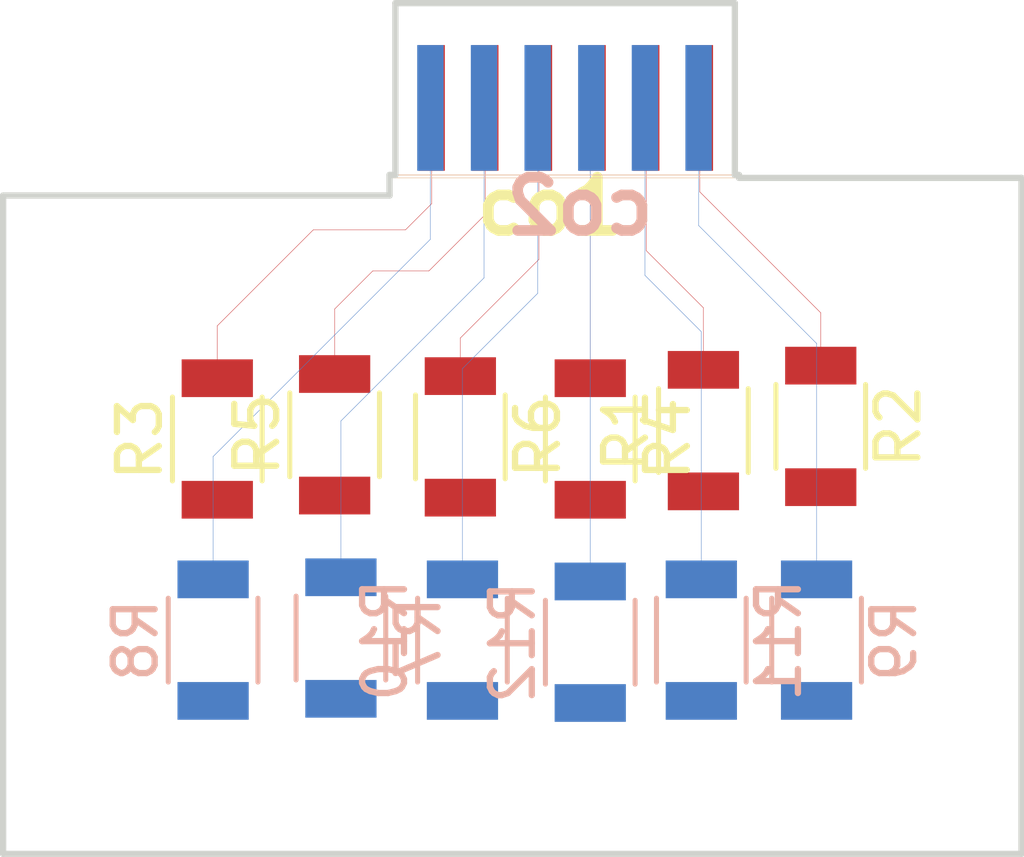
<source format=kicad_pcb>
(kicad_pcb (version 4) (host pcbnew 4.0.7)

  (general
    (links 12)
    (no_connects 0)
    (area 175.564999 86.824999 200.015001 107.275001)
    (thickness 1.6)
    (drawings 13)
    (tracks 38)
    (zones 0)
    (modules 14)
    (nets 25)
  )

  (page A4)
  (layers
    (0 F.Cu signal)
    (31 B.Cu signal)
    (32 B.Adhes user)
    (33 F.Adhes user)
    (34 B.Paste user)
    (35 F.Paste user)
    (36 B.SilkS user)
    (37 F.SilkS user)
    (38 B.Mask user)
    (39 F.Mask user)
    (40 Dwgs.User user)
    (41 Cmts.User user)
    (42 Eco1.User user)
    (43 Eco2.User user)
    (44 Edge.Cuts user)
    (45 Margin user)
    (46 B.CrtYd user)
    (47 F.CrtYd user)
    (48 B.Fab user)
    (49 F.Fab user)
  )

  (setup
    (last_trace_width 0.01)
    (trace_clearance 0.01)
    (zone_clearance 0.508)
    (zone_45_only no)
    (trace_min 0.01)
    (segment_width 0.2)
    (edge_width 0.15)
    (via_size 0.6)
    (via_drill 0.4)
    (via_min_size 0.1)
    (via_min_drill 0.1)
    (uvia_size 0.3)
    (uvia_drill 0.1)
    (uvias_allowed no)
    (uvia_min_size 0.1)
    (uvia_min_drill 0.1)
    (pcb_text_width 0.3)
    (pcb_text_size 1.5 1.5)
    (mod_edge_width 0.15)
    (mod_text_size 1 1)
    (mod_text_width 0.15)
    (pad_size 1.524 1.524)
    (pad_drill 0.762)
    (pad_to_mask_clearance 0.2)
    (aux_axis_origin 0 0)
    (grid_origin 163.8 121)
    (visible_elements 7FFFFFFF)
    (pcbplotparams
      (layerselection 0x00030_80000001)
      (usegerberextensions false)
      (excludeedgelayer true)
      (linewidth 0.100000)
      (plotframeref false)
      (viasonmask false)
      (mode 1)
      (useauxorigin false)
      (hpglpennumber 1)
      (hpglpenspeed 20)
      (hpglpendiameter 15)
      (hpglpenoverlay 2)
      (psnegative false)
      (psa4output false)
      (plotreference true)
      (plotvalue true)
      (plotinvisibletext false)
      (padsonsilk false)
      (subtractmaskfromsilk false)
      (outputformat 0)
      (mirror false)
      (drillshape 0)
      (scaleselection 1)
      (outputdirectory ""))
  )

  (net 0 "")
  (net 1 "Net-(R3-Pad2)")
  (net 2 "Net-(R5-Pad2)")
  (net 3 "Net-(R6-Pad1)")
  (net 4 "Net-(R4-Pad1)")
  (net 5 "Net-(R1-Pad2)")
  (net 6 "Net-(R2-Pad1)")
  (net 7 "Net-(R9-Pad2)")
  (net 8 "Net-(R11-Pad2)")
  (net 9 "Net-(R12-Pad1)")
  (net 10 "Net-(R10-Pad1)")
  (net 11 "Net-(R7-Pad2)")
  (net 12 "Net-(R8-Pad1)")
  (net 13 "Net-(R1-Pad1)")
  (net 14 "Net-(R2-Pad2)")
  (net 15 "Net-(R3-Pad1)")
  (net 16 "Net-(R4-Pad2)")
  (net 17 "Net-(R5-Pad1)")
  (net 18 "Net-(R6-Pad2)")
  (net 19 "Net-(R7-Pad1)")
  (net 20 "Net-(R8-Pad2)")
  (net 21 "Net-(R9-Pad1)")
  (net 22 "Net-(R10-Pad2)")
  (net 23 "Net-(R11-Pad1)")
  (net 24 "Net-(R12-Pad2)")

  (net_class Default "This is the default net class."
    (clearance 0.01)
    (trace_width 0.01)
    (via_dia 0.6)
    (via_drill 0.4)
    (uvia_dia 0.3)
    (uvia_drill 0.1)
    (add_net "Net-(R1-Pad1)")
    (add_net "Net-(R1-Pad2)")
    (add_net "Net-(R10-Pad1)")
    (add_net "Net-(R10-Pad2)")
    (add_net "Net-(R11-Pad1)")
    (add_net "Net-(R11-Pad2)")
    (add_net "Net-(R12-Pad1)")
    (add_net "Net-(R12-Pad2)")
    (add_net "Net-(R2-Pad1)")
    (add_net "Net-(R2-Pad2)")
    (add_net "Net-(R3-Pad1)")
    (add_net "Net-(R3-Pad2)")
    (add_net "Net-(R4-Pad1)")
    (add_net "Net-(R4-Pad2)")
    (add_net "Net-(R5-Pad1)")
    (add_net "Net-(R5-Pad2)")
    (add_net "Net-(R6-Pad1)")
    (add_net "Net-(R6-Pad2)")
    (add_net "Net-(R7-Pad1)")
    (add_net "Net-(R7-Pad2)")
    (add_net "Net-(R8-Pad1)")
    (add_net "Net-(R8-Pad2)")
    (add_net "Net-(R9-Pad1)")
    (add_net "Net-(R9-Pad2)")
  )

  (module "New folder:edge card 0.65mm selfmade" (layer F.Cu) (tedit 5C86EA32) (tstamp 5C86F5E2)
    (at 185 91)
    (descr 10-84-4020)
    (tags Connector)
    (path /5C872BAF)
    (fp_text reference co1 (at 3.7 0.75) (layer F.SilkS)
      (effects (font (size 1.27 1.27) (thickness 0.254)))
    )
    (fp_text value 6_pin_conn (at 4.2 -4.94) (layer F.SilkS) hide
      (effects (font (size 0.8 0.5) (thickness 0.125)))
    )
    (fp_line (start 0 -4.1) (end 8.1 -4.1) (layer F.SilkS) (width 0.01))
    (fp_line (start 8.1 0) (end 8.1 -4.1) (layer F.SilkS) (width 0.01))
    (fp_text user "edge cut" (at 8.11 0.1) (layer Dwgs.User)
      (effects (font (size 0.127 0.127) (thickness 0.03175)))
    )
    (fp_text user "edge cut" (at -0.07 0.1) (layer Dwgs.User)
      (effects (font (size 0.127 0.127) (thickness 0.03175)))
    )
    (fp_line (start -0.1 0) (end 8.2 0) (layer F.SilkS) (width 0.01))
    (fp_line (start 8.2 0) (end 8.2 0.07) (layer F.SilkS) (width 0.01))
    (fp_line (start 8.2 0.07) (end -0.1 0.07) (layer F.SilkS) (width 0.01))
    (fp_line (start -0.1 0.07) (end -0.1 0) (layer F.SilkS) (width 0.01))
    (fp_line (start 0 0) (end 8.1 0) (layer F.SilkS) (width 0.01))
    (fp_line (start 0 -4.1) (end 0 0) (layer F.SilkS) (width 0.01))
    (pad 1 connect rect (at 0.865 -1.6) (size 0.63 3) (layers F.Cu F.Mask)
      (net 1 "Net-(R3-Pad2)"))
    (pad 2 connect rect (at 2.145 -1.6) (size 0.63 3) (layers F.Cu F.Mask)
      (net 2 "Net-(R5-Pad2)"))
    (pad 3 connect rect (at 3.425 -1.6) (size 0.63 3) (layers F.Cu F.Mask)
      (net 3 "Net-(R6-Pad1)"))
    (pad 4 connect rect (at 4.705 -1.6) (size 0.63 3) (layers F.Cu F.Mask)
      (net 4 "Net-(R4-Pad1)"))
    (pad 5 connect rect (at 5.985 -1.6) (size 0.63 3) (layers F.Cu F.Mask)
      (net 5 "Net-(R1-Pad2)"))
    (pad 6 connect rect (at 7.265 -1.6) (size 0.63 3) (layers F.Cu F.Mask)
      (net 6 "Net-(R2-Pad1)"))
  )

  (module "New folder:edge card 0.65mm selfmade" (layer B.Cu) (tedit 5C86EA32) (tstamp 5C86F5EC)
    (at 193.1 91 180)
    (descr 10-84-4020)
    (tags Connector)
    (path /5C873842)
    (fp_text reference co2 (at 3.7 -0.75 180) (layer B.SilkS)
      (effects (font (size 1.27 1.27) (thickness 0.254)) (justify mirror))
    )
    (fp_text value 6_pin_conn (at 4.2 4.94 180) (layer B.SilkS) hide
      (effects (font (size 0.8 0.5) (thickness 0.125)) (justify mirror))
    )
    (fp_line (start 0 4.1) (end 8.1 4.1) (layer B.SilkS) (width 0.01))
    (fp_line (start 8.1 0) (end 8.1 4.1) (layer B.SilkS) (width 0.01))
    (fp_text user "edge cut" (at 8.11 -0.1 180) (layer Dwgs.User)
      (effects (font (size 0.127 0.127) (thickness 0.03175)))
    )
    (fp_text user "edge cut" (at -0.07 -0.1 180) (layer Dwgs.User)
      (effects (font (size 0.127 0.127) (thickness 0.03175)))
    )
    (fp_line (start -0.1 0) (end 8.2 0) (layer B.SilkS) (width 0.01))
    (fp_line (start 8.2 0) (end 8.2 -0.07) (layer B.SilkS) (width 0.01))
    (fp_line (start 8.2 -0.07) (end -0.1 -0.07) (layer B.SilkS) (width 0.01))
    (fp_line (start -0.1 -0.07) (end -0.1 0) (layer B.SilkS) (width 0.01))
    (fp_line (start 0 0) (end 8.1 0) (layer B.SilkS) (width 0.01))
    (fp_line (start 0 4.1) (end 0 0) (layer B.SilkS) (width 0.01))
    (pad 1 connect rect (at 0.865 1.6 180) (size 0.63 3) (layers B.Cu B.Mask)
      (net 7 "Net-(R9-Pad2)"))
    (pad 2 connect rect (at 2.145 1.6 180) (size 0.63 3) (layers B.Cu B.Mask)
      (net 8 "Net-(R11-Pad2)"))
    (pad 3 connect rect (at 3.425 1.6 180) (size 0.63 3) (layers B.Cu B.Mask)
      (net 9 "Net-(R12-Pad1)"))
    (pad 4 connect rect (at 4.705 1.6 180) (size 0.63 3) (layers B.Cu B.Mask)
      (net 10 "Net-(R10-Pad1)"))
    (pad 5 connect rect (at 5.985 1.6 180) (size 0.63 3) (layers B.Cu B.Mask)
      (net 11 "Net-(R7-Pad2)"))
    (pad 6 connect rect (at 7.265 1.6 180) (size 0.63 3) (layers B.Cu B.Mask)
      (net 12 "Net-(R8-Pad1)"))
  )

  (module Resistors_SMD:R_1206 (layer F.Cu) (tedit 58E0A804) (tstamp 5C86F5F2)
    (at 192.35 97.1 90)
    (descr "Resistor SMD 1206, reflow soldering, Vishay (see dcrcw.pdf)")
    (tags "resistor 1206")
    (path /5C872F6E)
    (attr smd)
    (fp_text reference R1 (at 0 -1.85 90) (layer F.SilkS)
      (effects (font (size 1 1) (thickness 0.15)))
    )
    (fp_text value R (at 0 1.95 90) (layer F.Fab)
      (effects (font (size 1 1) (thickness 0.15)))
    )
    (fp_text user %R (at 0 0 90) (layer F.Fab)
      (effects (font (size 0.7 0.7) (thickness 0.105)))
    )
    (fp_line (start -1.6 0.8) (end -1.6 -0.8) (layer F.Fab) (width 0.1))
    (fp_line (start 1.6 0.8) (end -1.6 0.8) (layer F.Fab) (width 0.1))
    (fp_line (start 1.6 -0.8) (end 1.6 0.8) (layer F.Fab) (width 0.1))
    (fp_line (start -1.6 -0.8) (end 1.6 -0.8) (layer F.Fab) (width 0.1))
    (fp_line (start 1 1.07) (end -1 1.07) (layer F.SilkS) (width 0.12))
    (fp_line (start -1 -1.07) (end 1 -1.07) (layer F.SilkS) (width 0.12))
    (fp_line (start -2.15 -1.11) (end 2.15 -1.11) (layer F.CrtYd) (width 0.05))
    (fp_line (start -2.15 -1.11) (end -2.15 1.1) (layer F.CrtYd) (width 0.05))
    (fp_line (start 2.15 1.1) (end 2.15 -1.11) (layer F.CrtYd) (width 0.05))
    (fp_line (start 2.15 1.1) (end -2.15 1.1) (layer F.CrtYd) (width 0.05))
    (pad 1 smd rect (at -1.45 0 90) (size 0.9 1.7) (layers F.Cu F.Paste F.Mask)
      (net 13 "Net-(R1-Pad1)"))
    (pad 2 smd rect (at 1.45 0 90) (size 0.9 1.7) (layers F.Cu F.Paste F.Mask)
      (net 5 "Net-(R1-Pad2)"))
    (model ${KISYS3DMOD}/Resistors_SMD.3dshapes/R_1206.wrl
      (at (xyz 0 0 0))
      (scale (xyz 1 1 1))
      (rotate (xyz 0 0 0))
    )
  )

  (module Resistors_SMD:R_1206 (layer F.Cu) (tedit 58E0A804) (tstamp 5C86F5F8)
    (at 195.15 97 270)
    (descr "Resistor SMD 1206, reflow soldering, Vishay (see dcrcw.pdf)")
    (tags "resistor 1206")
    (path /5C872BE8)
    (attr smd)
    (fp_text reference R2 (at 0 -1.85 270) (layer F.SilkS)
      (effects (font (size 1 1) (thickness 0.15)))
    )
    (fp_text value R (at 0 1.95 270) (layer F.Fab)
      (effects (font (size 1 1) (thickness 0.15)))
    )
    (fp_text user %R (at 0 0 270) (layer F.Fab)
      (effects (font (size 0.7 0.7) (thickness 0.105)))
    )
    (fp_line (start -1.6 0.8) (end -1.6 -0.8) (layer F.Fab) (width 0.1))
    (fp_line (start 1.6 0.8) (end -1.6 0.8) (layer F.Fab) (width 0.1))
    (fp_line (start 1.6 -0.8) (end 1.6 0.8) (layer F.Fab) (width 0.1))
    (fp_line (start -1.6 -0.8) (end 1.6 -0.8) (layer F.Fab) (width 0.1))
    (fp_line (start 1 1.07) (end -1 1.07) (layer F.SilkS) (width 0.12))
    (fp_line (start -1 -1.07) (end 1 -1.07) (layer F.SilkS) (width 0.12))
    (fp_line (start -2.15 -1.11) (end 2.15 -1.11) (layer F.CrtYd) (width 0.05))
    (fp_line (start -2.15 -1.11) (end -2.15 1.1) (layer F.CrtYd) (width 0.05))
    (fp_line (start 2.15 1.1) (end 2.15 -1.11) (layer F.CrtYd) (width 0.05))
    (fp_line (start 2.15 1.1) (end -2.15 1.1) (layer F.CrtYd) (width 0.05))
    (pad 1 smd rect (at -1.45 0 270) (size 0.9 1.7) (layers F.Cu F.Paste F.Mask)
      (net 6 "Net-(R2-Pad1)"))
    (pad 2 smd rect (at 1.45 0 270) (size 0.9 1.7) (layers F.Cu F.Paste F.Mask)
      (net 14 "Net-(R2-Pad2)"))
    (model ${KISYS3DMOD}/Resistors_SMD.3dshapes/R_1206.wrl
      (at (xyz 0 0 0))
      (scale (xyz 1 1 1))
      (rotate (xyz 0 0 0))
    )
  )

  (module Resistors_SMD:R_1206 (layer F.Cu) (tedit 58E0A804) (tstamp 5C86F5FE)
    (at 180.75 97.3 90)
    (descr "Resistor SMD 1206, reflow soldering, Vishay (see dcrcw.pdf)")
    (tags "resistor 1206")
    (path /5C872F74)
    (attr smd)
    (fp_text reference R3 (at 0 -1.85 90) (layer F.SilkS)
      (effects (font (size 1 1) (thickness 0.15)))
    )
    (fp_text value R (at 0 1.95 90) (layer F.Fab)
      (effects (font (size 1 1) (thickness 0.15)))
    )
    (fp_text user %R (at 0 0 90) (layer F.Fab)
      (effects (font (size 0.7 0.7) (thickness 0.105)))
    )
    (fp_line (start -1.6 0.8) (end -1.6 -0.8) (layer F.Fab) (width 0.1))
    (fp_line (start 1.6 0.8) (end -1.6 0.8) (layer F.Fab) (width 0.1))
    (fp_line (start 1.6 -0.8) (end 1.6 0.8) (layer F.Fab) (width 0.1))
    (fp_line (start -1.6 -0.8) (end 1.6 -0.8) (layer F.Fab) (width 0.1))
    (fp_line (start 1 1.07) (end -1 1.07) (layer F.SilkS) (width 0.12))
    (fp_line (start -1 -1.07) (end 1 -1.07) (layer F.SilkS) (width 0.12))
    (fp_line (start -2.15 -1.11) (end 2.15 -1.11) (layer F.CrtYd) (width 0.05))
    (fp_line (start -2.15 -1.11) (end -2.15 1.1) (layer F.CrtYd) (width 0.05))
    (fp_line (start 2.15 1.1) (end 2.15 -1.11) (layer F.CrtYd) (width 0.05))
    (fp_line (start 2.15 1.1) (end -2.15 1.1) (layer F.CrtYd) (width 0.05))
    (pad 1 smd rect (at -1.45 0 90) (size 0.9 1.7) (layers F.Cu F.Paste F.Mask)
      (net 15 "Net-(R3-Pad1)"))
    (pad 2 smd rect (at 1.45 0 90) (size 0.9 1.7) (layers F.Cu F.Paste F.Mask)
      (net 1 "Net-(R3-Pad2)"))
    (model ${KISYS3DMOD}/Resistors_SMD.3dshapes/R_1206.wrl
      (at (xyz 0 0 0))
      (scale (xyz 1 1 1))
      (rotate (xyz 0 0 0))
    )
  )

  (module Resistors_SMD:R_1206 (layer F.Cu) (tedit 58E0A804) (tstamp 5C86F604)
    (at 189.65 97.3 270)
    (descr "Resistor SMD 1206, reflow soldering, Vishay (see dcrcw.pdf)")
    (tags "resistor 1206")
    (path /5C872C2F)
    (attr smd)
    (fp_text reference R4 (at 0 -1.85 270) (layer F.SilkS)
      (effects (font (size 1 1) (thickness 0.15)))
    )
    (fp_text value R (at 0 1.95 270) (layer F.Fab)
      (effects (font (size 1 1) (thickness 0.15)))
    )
    (fp_text user %R (at 0 0 270) (layer F.Fab)
      (effects (font (size 0.7 0.7) (thickness 0.105)))
    )
    (fp_line (start -1.6 0.8) (end -1.6 -0.8) (layer F.Fab) (width 0.1))
    (fp_line (start 1.6 0.8) (end -1.6 0.8) (layer F.Fab) (width 0.1))
    (fp_line (start 1.6 -0.8) (end 1.6 0.8) (layer F.Fab) (width 0.1))
    (fp_line (start -1.6 -0.8) (end 1.6 -0.8) (layer F.Fab) (width 0.1))
    (fp_line (start 1 1.07) (end -1 1.07) (layer F.SilkS) (width 0.12))
    (fp_line (start -1 -1.07) (end 1 -1.07) (layer F.SilkS) (width 0.12))
    (fp_line (start -2.15 -1.11) (end 2.15 -1.11) (layer F.CrtYd) (width 0.05))
    (fp_line (start -2.15 -1.11) (end -2.15 1.1) (layer F.CrtYd) (width 0.05))
    (fp_line (start 2.15 1.1) (end 2.15 -1.11) (layer F.CrtYd) (width 0.05))
    (fp_line (start 2.15 1.1) (end -2.15 1.1) (layer F.CrtYd) (width 0.05))
    (pad 1 smd rect (at -1.45 0 270) (size 0.9 1.7) (layers F.Cu F.Paste F.Mask)
      (net 4 "Net-(R4-Pad1)"))
    (pad 2 smd rect (at 1.45 0 270) (size 0.9 1.7) (layers F.Cu F.Paste F.Mask)
      (net 16 "Net-(R4-Pad2)"))
    (model ${KISYS3DMOD}/Resistors_SMD.3dshapes/R_1206.wrl
      (at (xyz 0 0 0))
      (scale (xyz 1 1 1))
      (rotate (xyz 0 0 0))
    )
  )

  (module Resistors_SMD:R_1206 (layer F.Cu) (tedit 58E0A804) (tstamp 5C86F60A)
    (at 183.55 97.2 90)
    (descr "Resistor SMD 1206, reflow soldering, Vishay (see dcrcw.pdf)")
    (tags "resistor 1206")
    (path /5C872F7A)
    (attr smd)
    (fp_text reference R5 (at 0 -1.85 90) (layer F.SilkS)
      (effects (font (size 1 1) (thickness 0.15)))
    )
    (fp_text value R (at 0 1.95 90) (layer F.Fab)
      (effects (font (size 1 1) (thickness 0.15)))
    )
    (fp_text user %R (at 0 0 90) (layer F.Fab)
      (effects (font (size 0.7 0.7) (thickness 0.105)))
    )
    (fp_line (start -1.6 0.8) (end -1.6 -0.8) (layer F.Fab) (width 0.1))
    (fp_line (start 1.6 0.8) (end -1.6 0.8) (layer F.Fab) (width 0.1))
    (fp_line (start 1.6 -0.8) (end 1.6 0.8) (layer F.Fab) (width 0.1))
    (fp_line (start -1.6 -0.8) (end 1.6 -0.8) (layer F.Fab) (width 0.1))
    (fp_line (start 1 1.07) (end -1 1.07) (layer F.SilkS) (width 0.12))
    (fp_line (start -1 -1.07) (end 1 -1.07) (layer F.SilkS) (width 0.12))
    (fp_line (start -2.15 -1.11) (end 2.15 -1.11) (layer F.CrtYd) (width 0.05))
    (fp_line (start -2.15 -1.11) (end -2.15 1.1) (layer F.CrtYd) (width 0.05))
    (fp_line (start 2.15 1.1) (end 2.15 -1.11) (layer F.CrtYd) (width 0.05))
    (fp_line (start 2.15 1.1) (end -2.15 1.1) (layer F.CrtYd) (width 0.05))
    (pad 1 smd rect (at -1.45 0 90) (size 0.9 1.7) (layers F.Cu F.Paste F.Mask)
      (net 17 "Net-(R5-Pad1)"))
    (pad 2 smd rect (at 1.45 0 90) (size 0.9 1.7) (layers F.Cu F.Paste F.Mask)
      (net 2 "Net-(R5-Pad2)"))
    (model ${KISYS3DMOD}/Resistors_SMD.3dshapes/R_1206.wrl
      (at (xyz 0 0 0))
      (scale (xyz 1 1 1))
      (rotate (xyz 0 0 0))
    )
  )

  (module Resistors_SMD:R_1206 (layer F.Cu) (tedit 58E0A804) (tstamp 5C86F610)
    (at 186.55 97.25 270)
    (descr "Resistor SMD 1206, reflow soldering, Vishay (see dcrcw.pdf)")
    (tags "resistor 1206")
    (path /5C872C56)
    (attr smd)
    (fp_text reference R6 (at 0 -1.85 270) (layer F.SilkS)
      (effects (font (size 1 1) (thickness 0.15)))
    )
    (fp_text value R (at 0 1.95 270) (layer F.Fab)
      (effects (font (size 1 1) (thickness 0.15)))
    )
    (fp_text user %R (at 0 0 270) (layer F.Fab)
      (effects (font (size 0.7 0.7) (thickness 0.105)))
    )
    (fp_line (start -1.6 0.8) (end -1.6 -0.8) (layer F.Fab) (width 0.1))
    (fp_line (start 1.6 0.8) (end -1.6 0.8) (layer F.Fab) (width 0.1))
    (fp_line (start 1.6 -0.8) (end 1.6 0.8) (layer F.Fab) (width 0.1))
    (fp_line (start -1.6 -0.8) (end 1.6 -0.8) (layer F.Fab) (width 0.1))
    (fp_line (start 1 1.07) (end -1 1.07) (layer F.SilkS) (width 0.12))
    (fp_line (start -1 -1.07) (end 1 -1.07) (layer F.SilkS) (width 0.12))
    (fp_line (start -2.15 -1.11) (end 2.15 -1.11) (layer F.CrtYd) (width 0.05))
    (fp_line (start -2.15 -1.11) (end -2.15 1.1) (layer F.CrtYd) (width 0.05))
    (fp_line (start 2.15 1.1) (end 2.15 -1.11) (layer F.CrtYd) (width 0.05))
    (fp_line (start 2.15 1.1) (end -2.15 1.1) (layer F.CrtYd) (width 0.05))
    (pad 1 smd rect (at -1.45 0 270) (size 0.9 1.7) (layers F.Cu F.Paste F.Mask)
      (net 3 "Net-(R6-Pad1)"))
    (pad 2 smd rect (at 1.45 0 270) (size 0.9 1.7) (layers F.Cu F.Paste F.Mask)
      (net 18 "Net-(R6-Pad2)"))
    (model ${KISYS3DMOD}/Resistors_SMD.3dshapes/R_1206.wrl
      (at (xyz 0 0 0))
      (scale (xyz 1 1 1))
      (rotate (xyz 0 0 0))
    )
  )

  (module Resistors_SMD:R_1206 (layer B.Cu) (tedit 58E0A804) (tstamp 5C86F616)
    (at 183.7 102.05 90)
    (descr "Resistor SMD 1206, reflow soldering, Vishay (see dcrcw.pdf)")
    (tags "resistor 1206")
    (path /5C87385A)
    (attr smd)
    (fp_text reference R7 (at 0 1.85 90) (layer B.SilkS)
      (effects (font (size 1 1) (thickness 0.15)) (justify mirror))
    )
    (fp_text value R (at 0 -1.95 90) (layer B.Fab)
      (effects (font (size 1 1) (thickness 0.15)) (justify mirror))
    )
    (fp_text user %R (at 0 0 90) (layer B.Fab)
      (effects (font (size 0.7 0.7) (thickness 0.105)) (justify mirror))
    )
    (fp_line (start -1.6 -0.8) (end -1.6 0.8) (layer B.Fab) (width 0.1))
    (fp_line (start 1.6 -0.8) (end -1.6 -0.8) (layer B.Fab) (width 0.1))
    (fp_line (start 1.6 0.8) (end 1.6 -0.8) (layer B.Fab) (width 0.1))
    (fp_line (start -1.6 0.8) (end 1.6 0.8) (layer B.Fab) (width 0.1))
    (fp_line (start 1 -1.07) (end -1 -1.07) (layer B.SilkS) (width 0.12))
    (fp_line (start -1 1.07) (end 1 1.07) (layer B.SilkS) (width 0.12))
    (fp_line (start -2.15 1.11) (end 2.15 1.11) (layer B.CrtYd) (width 0.05))
    (fp_line (start -2.15 1.11) (end -2.15 -1.1) (layer B.CrtYd) (width 0.05))
    (fp_line (start 2.15 -1.1) (end 2.15 1.11) (layer B.CrtYd) (width 0.05))
    (fp_line (start 2.15 -1.1) (end -2.15 -1.1) (layer B.CrtYd) (width 0.05))
    (pad 1 smd rect (at -1.45 0 90) (size 0.9 1.7) (layers B.Cu B.Paste B.Mask)
      (net 19 "Net-(R7-Pad1)"))
    (pad 2 smd rect (at 1.45 0 90) (size 0.9 1.7) (layers B.Cu B.Paste B.Mask)
      (net 11 "Net-(R7-Pad2)"))
    (model ${KISYS3DMOD}/Resistors_SMD.3dshapes/R_1206.wrl
      (at (xyz 0 0 0))
      (scale (xyz 1 1 1))
      (rotate (xyz 0 0 0))
    )
  )

  (module Resistors_SMD:R_1206 (layer B.Cu) (tedit 58E0A804) (tstamp 5C86F61C)
    (at 180.65 102.1 270)
    (descr "Resistor SMD 1206, reflow soldering, Vishay (see dcrcw.pdf)")
    (tags "resistor 1206")
    (path /5C873848)
    (attr smd)
    (fp_text reference R8 (at 0 1.85 270) (layer B.SilkS)
      (effects (font (size 1 1) (thickness 0.15)) (justify mirror))
    )
    (fp_text value R (at 0 -1.95 270) (layer B.Fab)
      (effects (font (size 1 1) (thickness 0.15)) (justify mirror))
    )
    (fp_text user %R (at 0 0 270) (layer B.Fab)
      (effects (font (size 0.7 0.7) (thickness 0.105)) (justify mirror))
    )
    (fp_line (start -1.6 -0.8) (end -1.6 0.8) (layer B.Fab) (width 0.1))
    (fp_line (start 1.6 -0.8) (end -1.6 -0.8) (layer B.Fab) (width 0.1))
    (fp_line (start 1.6 0.8) (end 1.6 -0.8) (layer B.Fab) (width 0.1))
    (fp_line (start -1.6 0.8) (end 1.6 0.8) (layer B.Fab) (width 0.1))
    (fp_line (start 1 -1.07) (end -1 -1.07) (layer B.SilkS) (width 0.12))
    (fp_line (start -1 1.07) (end 1 1.07) (layer B.SilkS) (width 0.12))
    (fp_line (start -2.15 1.11) (end 2.15 1.11) (layer B.CrtYd) (width 0.05))
    (fp_line (start -2.15 1.11) (end -2.15 -1.1) (layer B.CrtYd) (width 0.05))
    (fp_line (start 2.15 -1.1) (end 2.15 1.11) (layer B.CrtYd) (width 0.05))
    (fp_line (start 2.15 -1.1) (end -2.15 -1.1) (layer B.CrtYd) (width 0.05))
    (pad 1 smd rect (at -1.45 0 270) (size 0.9 1.7) (layers B.Cu B.Paste B.Mask)
      (net 12 "Net-(R8-Pad1)"))
    (pad 2 smd rect (at 1.45 0 270) (size 0.9 1.7) (layers B.Cu B.Paste B.Mask)
      (net 20 "Net-(R8-Pad2)"))
    (model ${KISYS3DMOD}/Resistors_SMD.3dshapes/R_1206.wrl
      (at (xyz 0 0 0))
      (scale (xyz 1 1 1))
      (rotate (xyz 0 0 0))
    )
  )

  (module Resistors_SMD:R_1206 (layer B.Cu) (tedit 58E0A804) (tstamp 5C86F622)
    (at 195.05 102.1 90)
    (descr "Resistor SMD 1206, reflow soldering, Vishay (see dcrcw.pdf)")
    (tags "resistor 1206")
    (path /5C873860)
    (attr smd)
    (fp_text reference R9 (at 0 1.85 90) (layer B.SilkS)
      (effects (font (size 1 1) (thickness 0.15)) (justify mirror))
    )
    (fp_text value R (at 0 -1.95 90) (layer B.Fab)
      (effects (font (size 1 1) (thickness 0.15)) (justify mirror))
    )
    (fp_text user %R (at 0 0 90) (layer B.Fab)
      (effects (font (size 0.7 0.7) (thickness 0.105)) (justify mirror))
    )
    (fp_line (start -1.6 -0.8) (end -1.6 0.8) (layer B.Fab) (width 0.1))
    (fp_line (start 1.6 -0.8) (end -1.6 -0.8) (layer B.Fab) (width 0.1))
    (fp_line (start 1.6 0.8) (end 1.6 -0.8) (layer B.Fab) (width 0.1))
    (fp_line (start -1.6 0.8) (end 1.6 0.8) (layer B.Fab) (width 0.1))
    (fp_line (start 1 -1.07) (end -1 -1.07) (layer B.SilkS) (width 0.12))
    (fp_line (start -1 1.07) (end 1 1.07) (layer B.SilkS) (width 0.12))
    (fp_line (start -2.15 1.11) (end 2.15 1.11) (layer B.CrtYd) (width 0.05))
    (fp_line (start -2.15 1.11) (end -2.15 -1.1) (layer B.CrtYd) (width 0.05))
    (fp_line (start 2.15 -1.1) (end 2.15 1.11) (layer B.CrtYd) (width 0.05))
    (fp_line (start 2.15 -1.1) (end -2.15 -1.1) (layer B.CrtYd) (width 0.05))
    (pad 1 smd rect (at -1.45 0 90) (size 0.9 1.7) (layers B.Cu B.Paste B.Mask)
      (net 21 "Net-(R9-Pad1)"))
    (pad 2 smd rect (at 1.45 0 90) (size 0.9 1.7) (layers B.Cu B.Paste B.Mask)
      (net 7 "Net-(R9-Pad2)"))
    (model ${KISYS3DMOD}/Resistors_SMD.3dshapes/R_1206.wrl
      (at (xyz 0 0 0))
      (scale (xyz 1 1 1))
      (rotate (xyz 0 0 0))
    )
  )

  (module Resistors_SMD:R_1206 (layer B.Cu) (tedit 58E0A804) (tstamp 5C86F628)
    (at 186.6 102.1 270)
    (descr "Resistor SMD 1206, reflow soldering, Vishay (see dcrcw.pdf)")
    (tags "resistor 1206")
    (path /5C87384E)
    (attr smd)
    (fp_text reference R10 (at 0 1.85 270) (layer B.SilkS)
      (effects (font (size 1 1) (thickness 0.15)) (justify mirror))
    )
    (fp_text value R (at 0 -1.95 270) (layer B.Fab)
      (effects (font (size 1 1) (thickness 0.15)) (justify mirror))
    )
    (fp_text user %R (at 0 0 270) (layer B.Fab)
      (effects (font (size 0.7 0.7) (thickness 0.105)) (justify mirror))
    )
    (fp_line (start -1.6 -0.8) (end -1.6 0.8) (layer B.Fab) (width 0.1))
    (fp_line (start 1.6 -0.8) (end -1.6 -0.8) (layer B.Fab) (width 0.1))
    (fp_line (start 1.6 0.8) (end 1.6 -0.8) (layer B.Fab) (width 0.1))
    (fp_line (start -1.6 0.8) (end 1.6 0.8) (layer B.Fab) (width 0.1))
    (fp_line (start 1 -1.07) (end -1 -1.07) (layer B.SilkS) (width 0.12))
    (fp_line (start -1 1.07) (end 1 1.07) (layer B.SilkS) (width 0.12))
    (fp_line (start -2.15 1.11) (end 2.15 1.11) (layer B.CrtYd) (width 0.05))
    (fp_line (start -2.15 1.11) (end -2.15 -1.1) (layer B.CrtYd) (width 0.05))
    (fp_line (start 2.15 -1.1) (end 2.15 1.11) (layer B.CrtYd) (width 0.05))
    (fp_line (start 2.15 -1.1) (end -2.15 -1.1) (layer B.CrtYd) (width 0.05))
    (pad 1 smd rect (at -1.45 0 270) (size 0.9 1.7) (layers B.Cu B.Paste B.Mask)
      (net 10 "Net-(R10-Pad1)"))
    (pad 2 smd rect (at 1.45 0 270) (size 0.9 1.7) (layers B.Cu B.Paste B.Mask)
      (net 22 "Net-(R10-Pad2)"))
    (model ${KISYS3DMOD}/Resistors_SMD.3dshapes/R_1206.wrl
      (at (xyz 0 0 0))
      (scale (xyz 1 1 1))
      (rotate (xyz 0 0 0))
    )
  )

  (module Resistors_SMD:R_1206 (layer B.Cu) (tedit 58E0A804) (tstamp 5C86F62E)
    (at 192.3 102.1 90)
    (descr "Resistor SMD 1206, reflow soldering, Vishay (see dcrcw.pdf)")
    (tags "resistor 1206")
    (path /5C873866)
    (attr smd)
    (fp_text reference R11 (at 0 1.85 90) (layer B.SilkS)
      (effects (font (size 1 1) (thickness 0.15)) (justify mirror))
    )
    (fp_text value R (at 0 -1.95 90) (layer B.Fab)
      (effects (font (size 1 1) (thickness 0.15)) (justify mirror))
    )
    (fp_text user %R (at 0 0 90) (layer B.Fab)
      (effects (font (size 0.7 0.7) (thickness 0.105)) (justify mirror))
    )
    (fp_line (start -1.6 -0.8) (end -1.6 0.8) (layer B.Fab) (width 0.1))
    (fp_line (start 1.6 -0.8) (end -1.6 -0.8) (layer B.Fab) (width 0.1))
    (fp_line (start 1.6 0.8) (end 1.6 -0.8) (layer B.Fab) (width 0.1))
    (fp_line (start -1.6 0.8) (end 1.6 0.8) (layer B.Fab) (width 0.1))
    (fp_line (start 1 -1.07) (end -1 -1.07) (layer B.SilkS) (width 0.12))
    (fp_line (start -1 1.07) (end 1 1.07) (layer B.SilkS) (width 0.12))
    (fp_line (start -2.15 1.11) (end 2.15 1.11) (layer B.CrtYd) (width 0.05))
    (fp_line (start -2.15 1.11) (end -2.15 -1.1) (layer B.CrtYd) (width 0.05))
    (fp_line (start 2.15 -1.1) (end 2.15 1.11) (layer B.CrtYd) (width 0.05))
    (fp_line (start 2.15 -1.1) (end -2.15 -1.1) (layer B.CrtYd) (width 0.05))
    (pad 1 smd rect (at -1.45 0 90) (size 0.9 1.7) (layers B.Cu B.Paste B.Mask)
      (net 23 "Net-(R11-Pad1)"))
    (pad 2 smd rect (at 1.45 0 90) (size 0.9 1.7) (layers B.Cu B.Paste B.Mask)
      (net 8 "Net-(R11-Pad2)"))
    (model ${KISYS3DMOD}/Resistors_SMD.3dshapes/R_1206.wrl
      (at (xyz 0 0 0))
      (scale (xyz 1 1 1))
      (rotate (xyz 0 0 0))
    )
  )

  (module Resistors_SMD:R_1206 (layer B.Cu) (tedit 58E0A804) (tstamp 5C86F634)
    (at 189.65 102.15 270)
    (descr "Resistor SMD 1206, reflow soldering, Vishay (see dcrcw.pdf)")
    (tags "resistor 1206")
    (path /5C873854)
    (attr smd)
    (fp_text reference R12 (at 0 1.85 270) (layer B.SilkS)
      (effects (font (size 1 1) (thickness 0.15)) (justify mirror))
    )
    (fp_text value R (at 0 -1.95 270) (layer B.Fab)
      (effects (font (size 1 1) (thickness 0.15)) (justify mirror))
    )
    (fp_text user %R (at 0 0 270) (layer B.Fab)
      (effects (font (size 0.7 0.7) (thickness 0.105)) (justify mirror))
    )
    (fp_line (start -1.6 -0.8) (end -1.6 0.8) (layer B.Fab) (width 0.1))
    (fp_line (start 1.6 -0.8) (end -1.6 -0.8) (layer B.Fab) (width 0.1))
    (fp_line (start 1.6 0.8) (end 1.6 -0.8) (layer B.Fab) (width 0.1))
    (fp_line (start -1.6 0.8) (end 1.6 0.8) (layer B.Fab) (width 0.1))
    (fp_line (start 1 -1.07) (end -1 -1.07) (layer B.SilkS) (width 0.12))
    (fp_line (start -1 1.07) (end 1 1.07) (layer B.SilkS) (width 0.12))
    (fp_line (start -2.15 1.11) (end 2.15 1.11) (layer B.CrtYd) (width 0.05))
    (fp_line (start -2.15 1.11) (end -2.15 -1.1) (layer B.CrtYd) (width 0.05))
    (fp_line (start 2.15 -1.1) (end 2.15 1.11) (layer B.CrtYd) (width 0.05))
    (fp_line (start 2.15 -1.1) (end -2.15 -1.1) (layer B.CrtYd) (width 0.05))
    (pad 1 smd rect (at -1.45 0 270) (size 0.9 1.7) (layers B.Cu B.Paste B.Mask)
      (net 9 "Net-(R12-Pad1)"))
    (pad 2 smd rect (at 1.45 0 270) (size 0.9 1.7) (layers B.Cu B.Paste B.Mask)
      (net 24 "Net-(R12-Pad2)"))
    (model ${KISYS3DMOD}/Resistors_SMD.3dshapes/R_1206.wrl
      (at (xyz 0 0 0))
      (scale (xyz 1 1 1))
      (rotate (xyz 0 0 0))
    )
  )

  (gr_line (start 185 86.9) (end 193.1 86.9) (angle 90) (layer Edge.Cuts) (width 0.15))
  (gr_line (start 185 91) (end 185 86.9) (angle 90) (layer Edge.Cuts) (width 0.15))
  (gr_line (start 193.1 86.9) (end 193.1 91) (angle 90) (layer Edge.Cuts) (width 0.15))
  (gr_line (start 184.86 91) (end 184.9 91) (angle 90) (layer Edge.Cuts) (width 0.15))
  (gr_line (start 184.86 91.49) (end 184.86 91) (angle 90) (layer Edge.Cuts) (width 0.15))
  (gr_line (start 175.64 91.49) (end 184.86 91.49) (angle 90) (layer Edge.Cuts) (width 0.15))
  (gr_line (start 175.64 107.2) (end 175.64 91.49) (angle 90) (layer Edge.Cuts) (width 0.15))
  (gr_line (start 199.94 107.2) (end 175.64 107.2) (angle 90) (layer Edge.Cuts) (width 0.15))
  (gr_line (start 199.94 91.07) (end 199.94 107.2) (angle 90) (layer Edge.Cuts) (width 0.15))
  (gr_line (start 193.2 91.07) (end 199.94 91.07) (angle 90) (layer Edge.Cuts) (width 0.15))
  (gr_line (start 193.2 91) (end 193.2 91.07) (angle 90) (layer Edge.Cuts) (width 0.15))
  (gr_line (start 193.1 91) (end 193.2 91) (angle 90) (layer Edge.Cuts) (width 0.15))
  (gr_line (start 184.9 91) (end 185 91) (angle 90) (layer Edge.Cuts) (width 0.15))

  (segment (start 185.865 91.685) (end 185.865 89.4) (width 0.01) (layer F.Cu) (net 1) (tstamp 5C86FA0E))
  (segment (start 185.24 92.31) (end 185.865 91.685) (width 0.01) (layer F.Cu) (net 1) (tstamp 5C86FA0C))
  (segment (start 183.04 92.31) (end 185.24 92.31) (width 0.01) (layer F.Cu) (net 1) (tstamp 5C86FA0A))
  (segment (start 180.75 94.6) (end 183.04 92.31) (width 0.01) (layer F.Cu) (net 1) (tstamp 5C86FA08))
  (segment (start 180.75 95.85) (end 180.75 94.6) (width 0.01) (layer F.Cu) (net 1))
  (segment (start 187.145 91.945) (end 187.145 89.4) (width 0.01) (layer F.Cu) (net 2) (tstamp 5C86FA18))
  (segment (start 185.8 93.29) (end 187.145 91.945) (width 0.01) (layer F.Cu) (net 2) (tstamp 5C86FA16))
  (segment (start 184.46 93.29) (end 185.8 93.29) (width 0.01) (layer F.Cu) (net 2) (tstamp 5C86FA14))
  (segment (start 183.55 94.2) (end 184.46 93.29) (width 0.01) (layer F.Cu) (net 2) (tstamp 5C86FA12))
  (segment (start 183.55 95.75) (end 183.55 94.2) (width 0.01) (layer F.Cu) (net 2))
  (segment (start 186.55 95.8) (end 186.55 94.89) (width 0.01) (layer F.Cu) (net 3))
  (segment (start 188.425 93.015) (end 188.425 89.4) (width 0.01) (layer F.Cu) (net 3) (tstamp 5C86FA23))
  (segment (start 186.55 94.89) (end 188.425 93.015) (width 0.01) (layer F.Cu) (net 3) (tstamp 5C86FA21))
  (segment (start 189.65 95.85) (end 189.65 89.455) (width 0.01) (layer F.Cu) (net 4))
  (segment (start 189.65 89.455) (end 189.705 89.4) (width 0.01) (layer F.Cu) (net 4) (tstamp 5C86FA27))
  (segment (start 192.35 95.65) (end 192.35 94.17) (width 0.01) (layer F.Cu) (net 5))
  (segment (start 190.985 92.805) (end 190.985 89.4) (width 0.01) (layer F.Cu) (net 5) (tstamp 5C86FA2D))
  (segment (start 192.35 94.17) (end 190.985 92.805) (width 0.01) (layer F.Cu) (net 5) (tstamp 5C86FA2B))
  (segment (start 192.265 89.4) (end 192.265 91.405) (width 0.01) (layer F.Cu) (net 6))
  (segment (start 195.15 94.29) (end 195.15 95.55) (width 0.01) (layer F.Cu) (net 6) (tstamp 5C86FA33))
  (segment (start 192.265 91.405) (end 195.15 94.29) (width 0.01) (layer F.Cu) (net 6) (tstamp 5C86FA31))
  (segment (start 195.05 100.65) (end 195.05 95.02) (width 0.01) (layer B.Cu) (net 7))
  (segment (start 192.235 92.205) (end 192.235 89.4) (width 0.01) (layer B.Cu) (net 7) (tstamp 5C86FA54))
  (segment (start 195.05 95.02) (end 192.235 92.205) (width 0.01) (layer B.Cu) (net 7) (tstamp 5C86FA52))
  (segment (start 192.3 100.65) (end 192.3 94.74) (width 0.01) (layer B.Cu) (net 8))
  (segment (start 190.955 93.395) (end 190.955 89.4) (width 0.01) (layer B.Cu) (net 8) (tstamp 5C86FA4E))
  (segment (start 192.3 94.74) (end 190.955 93.395) (width 0.01) (layer B.Cu) (net 8) (tstamp 5C86FA4C))
  (segment (start 189.65 100.7) (end 189.65 89.425) (width 0.01) (layer B.Cu) (net 9))
  (segment (start 189.65 89.425) (end 189.675 89.4) (width 0.01) (layer B.Cu) (net 9) (tstamp 5C86FA49))
  (segment (start 186.6 100.65) (end 186.6 95.62) (width 0.01) (layer B.Cu) (net 10))
  (segment (start 188.395 93.825) (end 188.395 89.4) (width 0.01) (layer B.Cu) (net 10) (tstamp 5C86FA45))
  (segment (start 186.6 95.62) (end 188.395 93.825) (width 0.01) (layer B.Cu) (net 10) (tstamp 5C86FA43))
  (segment (start 183.7 100.6) (end 183.7 96.87) (width 0.01) (layer B.Cu) (net 11))
  (segment (start 187.115 93.455) (end 187.115 89.4) (width 0.01) (layer B.Cu) (net 11) (tstamp 5C86FA3F))
  (segment (start 183.7 96.87) (end 187.115 93.455) (width 0.01) (layer B.Cu) (net 11) (tstamp 5C86FA3D))
  (segment (start 180.65 100.65) (end 180.65 97.72) (width 0.01) (layer B.Cu) (net 12))
  (segment (start 185.835 92.535) (end 185.835 89.4) (width 0.01) (layer B.Cu) (net 12) (tstamp 5C86FA39))
  (segment (start 180.65 97.72) (end 185.835 92.535) (width 0.01) (layer B.Cu) (net 12) (tstamp 5C86FA37))

)

</source>
